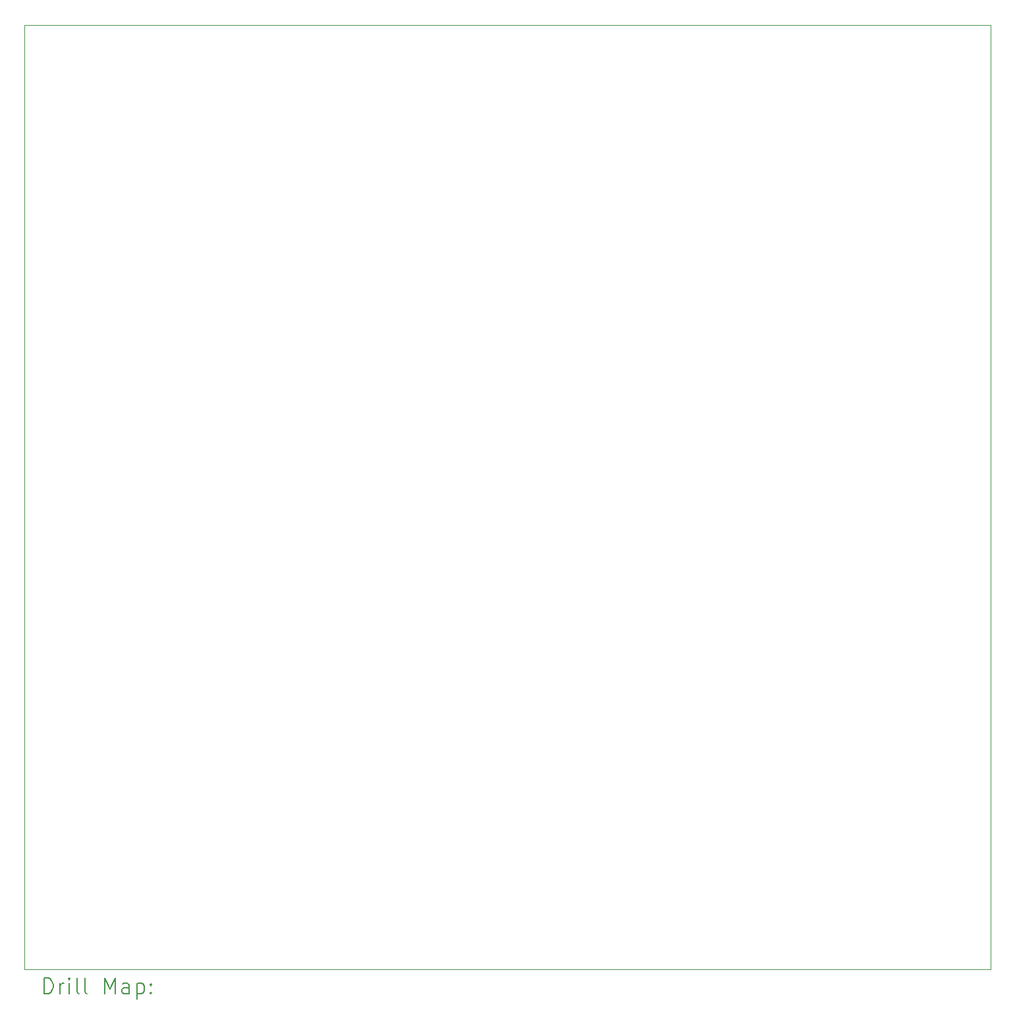
<source format=gbr>
%TF.GenerationSoftware,KiCad,Pcbnew,(6.0.8)*%
%TF.CreationDate,2023-05-29T03:20:38+02:00*%
%TF.ProjectId,pdms,70646d73-2e6b-4696-9361-645f70636258,rev?*%
%TF.SameCoordinates,Original*%
%TF.FileFunction,Drillmap*%
%TF.FilePolarity,Positive*%
%FSLAX45Y45*%
G04 Gerber Fmt 4.5, Leading zero omitted, Abs format (unit mm)*
G04 Created by KiCad (PCBNEW (6.0.8)) date 2023-05-29 03:20:38*
%MOMM*%
%LPD*%
G01*
G04 APERTURE LIST*
%ADD10C,0.100000*%
%ADD11C,0.200000*%
G04 APERTURE END LIST*
D10*
X1648460Y-4142740D02*
X14063980Y-4142740D01*
X14063980Y-4142740D02*
X14063980Y-16273780D01*
X14063980Y-16273780D02*
X1648460Y-16273780D01*
X1648460Y-16273780D02*
X1648460Y-4142740D01*
D11*
X1901079Y-16589256D02*
X1901079Y-16389256D01*
X1948698Y-16389256D01*
X1977269Y-16398780D01*
X1996317Y-16417828D01*
X2005841Y-16436875D01*
X2015365Y-16474970D01*
X2015365Y-16503542D01*
X2005841Y-16541637D01*
X1996317Y-16560685D01*
X1977269Y-16579732D01*
X1948698Y-16589256D01*
X1901079Y-16589256D01*
X2101079Y-16589256D02*
X2101079Y-16455923D01*
X2101079Y-16494018D02*
X2110603Y-16474970D01*
X2120127Y-16465447D01*
X2139174Y-16455923D01*
X2158222Y-16455923D01*
X2224889Y-16589256D02*
X2224889Y-16455923D01*
X2224889Y-16389256D02*
X2215365Y-16398780D01*
X2224889Y-16408304D01*
X2234412Y-16398780D01*
X2224889Y-16389256D01*
X2224889Y-16408304D01*
X2348698Y-16589256D02*
X2329650Y-16579732D01*
X2320127Y-16560685D01*
X2320127Y-16389256D01*
X2453460Y-16589256D02*
X2434412Y-16579732D01*
X2424889Y-16560685D01*
X2424889Y-16389256D01*
X2682031Y-16589256D02*
X2682031Y-16389256D01*
X2748698Y-16532113D01*
X2815365Y-16389256D01*
X2815365Y-16589256D01*
X2996317Y-16589256D02*
X2996317Y-16484494D01*
X2986793Y-16465447D01*
X2967746Y-16455923D01*
X2929650Y-16455923D01*
X2910603Y-16465447D01*
X2996317Y-16579732D02*
X2977269Y-16589256D01*
X2929650Y-16589256D01*
X2910603Y-16579732D01*
X2901079Y-16560685D01*
X2901079Y-16541637D01*
X2910603Y-16522589D01*
X2929650Y-16513066D01*
X2977269Y-16513066D01*
X2996317Y-16503542D01*
X3091555Y-16455923D02*
X3091555Y-16655923D01*
X3091555Y-16465447D02*
X3110603Y-16455923D01*
X3148698Y-16455923D01*
X3167746Y-16465447D01*
X3177269Y-16474970D01*
X3186793Y-16494018D01*
X3186793Y-16551161D01*
X3177269Y-16570208D01*
X3167746Y-16579732D01*
X3148698Y-16589256D01*
X3110603Y-16589256D01*
X3091555Y-16579732D01*
X3272508Y-16570208D02*
X3282031Y-16579732D01*
X3272508Y-16589256D01*
X3262984Y-16579732D01*
X3272508Y-16570208D01*
X3272508Y-16589256D01*
X3272508Y-16465447D02*
X3282031Y-16474970D01*
X3272508Y-16484494D01*
X3262984Y-16474970D01*
X3272508Y-16465447D01*
X3272508Y-16484494D01*
M02*

</source>
